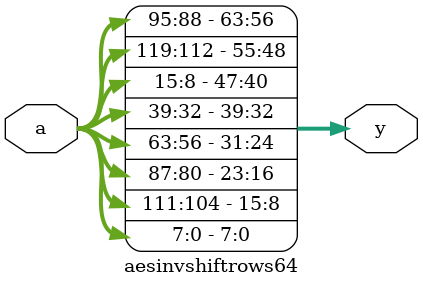
<source format=sv>

module aesinvshiftrows64(
   /* verilator lint_off UNUSEDSIGNAL */
   input  logic [127:0] a,
   /* verilator lint_on UNUSEDSIGNAL */
   output logic [63:0]  y
);

   assign y = {a[95:88],   a[119:112], a[15:8],    a[39:32],
               a[63:56],   a[87:80],   a[111:104], a[7:0]};
endmodule

</source>
